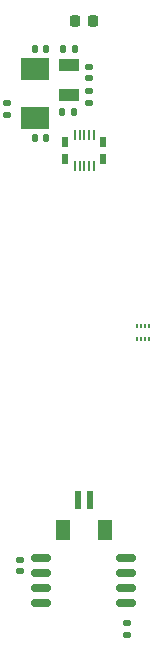
<source format=gbr>
%TF.GenerationSoftware,KiCad,Pcbnew,9.0.0*%
%TF.CreationDate,2025-03-13T15:41:23-04:00*%
%TF.ProjectId,IngestibleCapsule-Board,496e6765-7374-4696-926c-654361707375,rev?*%
%TF.SameCoordinates,Original*%
%TF.FileFunction,Paste,Bot*%
%TF.FilePolarity,Positive*%
%FSLAX46Y46*%
G04 Gerber Fmt 4.6, Leading zero omitted, Abs format (unit mm)*
G04 Created by KiCad (PCBNEW 9.0.0) date 2025-03-13 15:41:23*
%MOMM*%
%LPD*%
G01*
G04 APERTURE LIST*
G04 Aperture macros list*
%AMRoundRect*
0 Rectangle with rounded corners*
0 $1 Rounding radius*
0 $2 $3 $4 $5 $6 $7 $8 $9 X,Y pos of 4 corners*
0 Add a 4 corners polygon primitive as box body*
4,1,4,$2,$3,$4,$5,$6,$7,$8,$9,$2,$3,0*
0 Add four circle primitives for the rounded corners*
1,1,$1+$1,$2,$3*
1,1,$1+$1,$4,$5*
1,1,$1+$1,$6,$7*
1,1,$1+$1,$8,$9*
0 Add four rect primitives between the rounded corners*
20,1,$1+$1,$2,$3,$4,$5,0*
20,1,$1+$1,$4,$5,$6,$7,0*
20,1,$1+$1,$6,$7,$8,$9,0*
20,1,$1+$1,$8,$9,$2,$3,0*%
G04 Aperture macros list end*
%ADD10R,0.600000X1.550000*%
%ADD11R,1.200000X1.800000*%
%ADD12R,2.400000X1.900000*%
%ADD13R,0.220000X0.900000*%
%ADD14R,0.500000X0.850000*%
%ADD15RoundRect,0.135000X-0.185000X0.135000X-0.185000X-0.135000X0.185000X-0.135000X0.185000X0.135000X0*%
%ADD16RoundRect,0.140000X0.140000X0.170000X-0.140000X0.170000X-0.140000X-0.170000X0.140000X-0.170000X0*%
%ADD17RoundRect,0.225000X-0.225000X-0.250000X0.225000X-0.250000X0.225000X0.250000X-0.225000X0.250000X0*%
%ADD18RoundRect,0.140000X-0.140000X-0.170000X0.140000X-0.170000X0.140000X0.170000X-0.140000X0.170000X0*%
%ADD19RoundRect,0.147500X0.172500X-0.147500X0.172500X0.147500X-0.172500X0.147500X-0.172500X-0.147500X0*%
%ADD20RoundRect,0.140000X-0.170000X0.140000X-0.170000X-0.140000X0.170000X-0.140000X0.170000X0.140000X0*%
%ADD21RoundRect,0.162500X0.650000X0.162500X-0.650000X0.162500X-0.650000X-0.162500X0.650000X-0.162500X0*%
%ADD22R,0.230000X0.350000*%
%ADD23R,1.800000X1.000000*%
G04 APERTURE END LIST*
D10*
%TO.C,J6*%
X100500000Y-109163000D03*
X99500000Y-109163000D03*
D11*
X101800000Y-111688000D03*
X98200000Y-111688000D03*
%TD*%
D12*
%TO.C,Y1*%
X95800000Y-76800000D03*
X95800000Y-72700000D03*
%TD*%
D13*
%TO.C,J5*%
X100800001Y-78285001D03*
X100399999Y-78285001D03*
X100000000Y-78285001D03*
X99600001Y-78285001D03*
X99199999Y-78285001D03*
X100800001Y-80914999D03*
X100399999Y-80914999D03*
X100000000Y-80914999D03*
X99600001Y-80914999D03*
X99199999Y-80914999D03*
D14*
X101600000Y-80340000D03*
X98400003Y-80340000D03*
X101600000Y-78860000D03*
X98400003Y-78860000D03*
%TD*%
D15*
%TO.C,R4*%
X100400000Y-74590000D03*
X100400000Y-75610000D03*
%TD*%
D16*
%TO.C,C2*%
X96760000Y-78500000D03*
X95800000Y-78500000D03*
%TD*%
D15*
%TO.C,R8*%
X103597500Y-119610000D03*
X103597500Y-120630000D03*
%TD*%
D17*
%TO.C,C24*%
X99225000Y-68600000D03*
X100775000Y-68600000D03*
%TD*%
D18*
%TO.C,C4*%
X98140000Y-76300000D03*
X99100000Y-76300000D03*
%TD*%
D19*
%TO.C,D1*%
X100400000Y-73485000D03*
X100400000Y-72515000D03*
%TD*%
D15*
%TO.C,R1*%
X93500000Y-75590000D03*
X93500000Y-76610000D03*
%TD*%
D20*
%TO.C,C14*%
X94597500Y-114235000D03*
X94597500Y-115195000D03*
%TD*%
D21*
%TO.C,U4*%
X103535000Y-114090000D03*
X103535000Y-115360000D03*
X103535000Y-116630000D03*
X103535000Y-117900000D03*
X96360000Y-117900000D03*
X96360000Y-116630000D03*
X96360000Y-115360000D03*
X96360000Y-114090000D03*
%TD*%
D22*
%TO.C,J3*%
X104475000Y-94425000D03*
X104475000Y-95575000D03*
X104824999Y-94425000D03*
X104824999Y-95575000D03*
X105175001Y-94425000D03*
X105175001Y-95575000D03*
X105525000Y-94425000D03*
X105525000Y-95575000D03*
%TD*%
D16*
%TO.C,C1*%
X96760000Y-71000000D03*
X95800000Y-71000000D03*
%TD*%
D18*
%TO.C,C3*%
X98220000Y-71000000D03*
X99180000Y-71000000D03*
%TD*%
D23*
%TO.C,Y2*%
X98671772Y-74850000D03*
X98671772Y-72350000D03*
%TD*%
M02*

</source>
